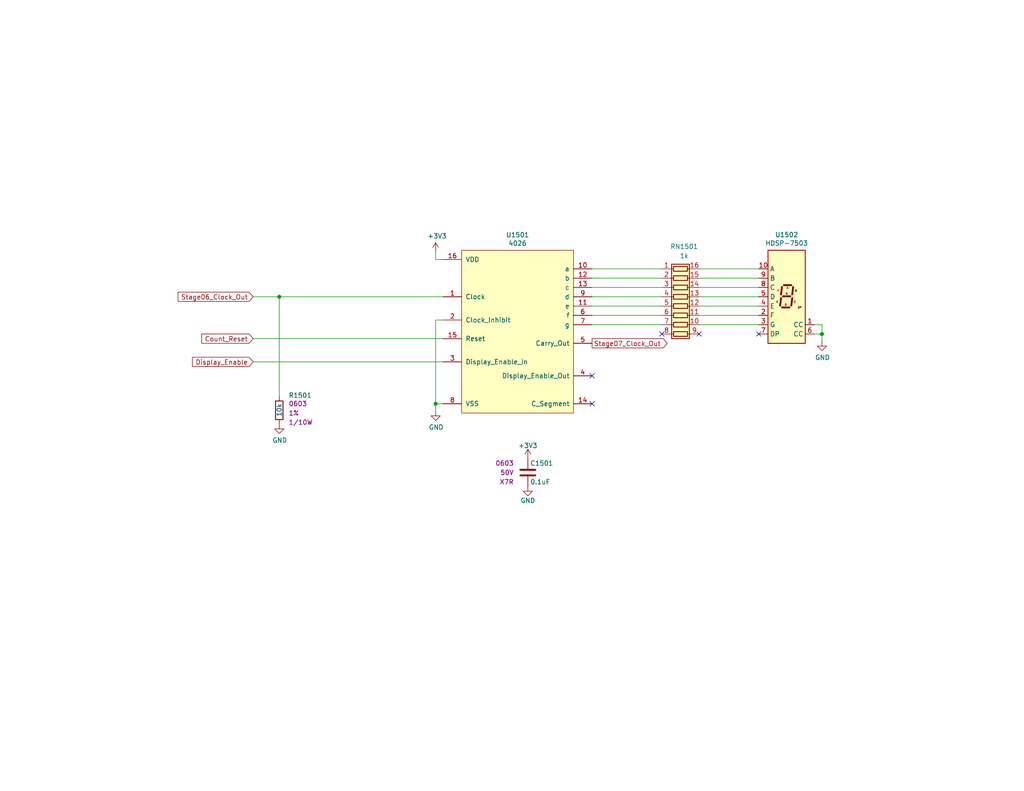
<source format=kicad_sch>
(kicad_sch (version 20230121) (generator eeschema)
  (paper "A")
  (title_block (title "Incrementor") (date "2019-09-03") (rev "A") (company "Drew Maatman"))
  (lib_symbols
    (symbol "Custom_Library:4026" (pin_names (offset 1.016))
      (property "Reference" "U" (at 30.48 -43.18 0))
      (property "Value" "4026" (at 20.32 3.81 0))
      (symbol "4026_0_1"
        (rectangle (start 5.08 2.54) (end 35.56 -41.91) (fill (type background)))
      )
      (symbol "4026_1_1"
        (pin input line (at 0 -10.16 0) (length 5.08) (name "Clock") (number "1"))
        (pin output line (at 40.64 -2.54 180) (length 5.08) (name "a") (number "10"))
        (pin output line (at 40.64 -12.7 180) (length 5.08) (name "e") (number "11"))
        (pin output line (at 40.64 -5.08 180) (length 5.08) (name "b") (number "12"))
        (pin output line (at 40.64 -7.62 180) (length 5.08) (name "c") (number "13"))
        (pin output line (at 40.64 -39.37 180) (length 5.08) (name "C_Segment") (number "14"))
        (pin input line (at 0 -21.59 0) (length 5.08) (name "Reset") (number "15"))
        (pin power_in line (at 0 0 0) (length 5.08) (name "VDD") (number "16"))
        (pin input line (at 0 -16.51 0) (length 5.08) (name "Clock_Inhibit") (number "2"))
        (pin input line (at 0 -27.94 0) (length 5.08) (name "Display_Enable_In") (number "3"))
        (pin output line (at 40.64 -31.75 180) (length 5.08) (name "Display_Enable_Out") (number "4"))
        (pin output line (at 40.64 -22.86 180) (length 5.08) (name "Carry_Out") (number "5"))
        (pin output line (at 40.64 -15.24 180) (length 5.08) (name "f") (number "6"))
        (pin output line (at 40.64 -17.78 180) (length 5.08) (name "g") (number "7"))
        (pin power_in line (at 0 -39.37 0) (length 5.08) (name "VSS") (number "8"))
        (pin output line (at 40.64 -10.16 180) (length 5.08) (name "d") (number "9"))
      )
    )
    (symbol "Custom_Library:C_Custom" (pin_numbers hide) (pin_names (offset 0.254))
      (property "Reference" "C" (at 0.635 2.54 0))
      (property "Value" "C_Custom" (at 0.635 -2.54 0))
      (property "display_footprint" "Foot" (at -3.81 2.54 0))
      (property "Voltage" "V" (at -3.81 0 0))
      (property "Dielectric" "Er" (at -3.81 -2.54 0))
      (symbol "C_Custom_0_1"
        (polyline (pts (xy -2.032 -0.762) (xy 2.032 -0.762)) (stroke (width 0.508)))
        (polyline (pts (xy -2.032 0.762) (xy 2.032 0.762)) (stroke (width 0.508)))
      )
      (symbol "C_Custom_1_1"
        (pin passive line (at 0 3.81 270) (length 2.794) (name "~") (number "1"))
        (pin passive line (at 0 -3.81 90) (length 2.794) (name "~") (number "2"))
      )
    )
    (symbol "Custom_Library:R_Custom" (pin_numbers hide) (pin_names (offset 1.016) hide)
      (property "Reference" "R" (at -2.54 0 90))
      (property "Value" "R_Custom" (at 0 0 90))
      (property "display_footprint" "Foot" (at 2.54 0 90))
      (property "Tolerance" "Tol" (at 5.08 0 90))
      (property "Wattage" "W" (at 7.62 0 90))
      (symbol "R_Custom_0_1"
        (rectangle (start 1.016 2.54) (end -1.016 -2.54) (stroke (width 0.254)))
      )
      (symbol "R_Custom_1_1"
        (pin passive line (at 0 3.81 270) (length 1.27) (name "1") (number "1"))
        (pin passive line (at 0 -3.81 90) (length 1.27) (name "2") (number "2"))
      )
    )
    (symbol "Device:R_Pack08" (pin_names (offset 0) hide)
      (property "Reference" "RN" (at -12.7 0 90))
      (property "Value" "R_Pack08" (at 10.16 0 90))
      (symbol "R_Pack08_0_1"
        (rectangle (start -11.43 -2.413) (end 8.89 2.413) (stroke (width 0.254)) (fill (type background)))
        (rectangle (start -10.795 1.905) (end -9.525 -1.905) (stroke (width 0.254)))
        (rectangle (start -8.255 1.905) (end -6.985 -1.905) (stroke (width 0.254)))
        (rectangle (start -5.715 1.905) (end -4.445 -1.905) (stroke (width 0.254)))
        (rectangle (start -3.175 1.905) (end -1.905 -1.905) (stroke (width 0.254)))
        (rectangle (start -0.635 1.905) (end 0.635 -1.905) (stroke (width 0.254)))
        (polyline (pts (xy -10.16 -2.54) (xy -10.16 -1.905)))
        (polyline (pts (xy -10.16 1.905) (xy -10.16 2.54)))
        (polyline (pts (xy -7.62 -2.54) (xy -7.62 -1.905)))
        (polyline (pts (xy -7.62 1.905) (xy -7.62 2.54)))
        (polyline (pts (xy -5.08 -2.54) (xy -5.08 -1.905)))
        (polyline (pts (xy -5.08 1.905) (xy -5.08 2.54)))
        (polyline (pts (xy -2.54 -2.54) (xy -2.54 -1.905)))
        (polyline (pts (xy -2.54 1.905) (xy -2.54 2.54)))
        (polyline (pts (xy 0 -2.54) (xy 0 -1.905)))
        (polyline (pts (xy 0 1.905) (xy 0 2.54)))
        (polyline (pts (xy 2.54 -2.54) (xy 2.54 -1.905)))
        (polyline (pts (xy 2.54 1.905) (xy 2.54 2.54)))
        (polyline (pts (xy 5.08 -2.54) (xy 5.08 -1.905)))
        (polyline (pts (xy 5.08 1.905) (xy 5.08 2.54)))
        (polyline (pts (xy 7.62 -2.54) (xy 7.62 -1.905)))
        (polyline (pts (xy 7.62 1.905) (xy 7.62 2.54)))
        (rectangle (start 1.905 1.905) (end 3.175 -1.905) (stroke (width 0.254)))
        (rectangle (start 4.445 1.905) (end 5.715 -1.905) (stroke (width 0.254)))
        (rectangle (start 6.985 1.905) (end 8.255 -1.905) (stroke (width 0.254)))
      )
      (symbol "R_Pack08_1_1"
        (pin passive line (at -10.16 -5.08 90) (length 2.54) (name "R1.1") (number "1"))
        (pin passive line (at 5.08 5.08 270) (length 2.54) (name "R7.2") (number "10"))
        (pin passive line (at 2.54 5.08 270) (length 2.54) (name "R6.2") (number "11"))
        (pin passive line (at 0 5.08 270) (length 2.54) (name "R5.2") (number "12"))
        (pin passive line (at -2.54 5.08 270) (length 2.54) (name "R4.2") (number "13"))
        (pin passive line (at -5.08 5.08 270) (length 2.54) (name "R3.2") (number "14"))
        (pin passive line (at -7.62 5.08 270) (length 2.54) (name "R2.2") (number "15"))
        (pin passive line (at -10.16 5.08 270) (length 2.54) (name "R1.2") (number "16"))
        (pin passive line (at -7.62 -5.08 90) (length 2.54) (name "R2.1") (number "2"))
        (pin passive line (at -5.08 -5.08 90) (length 2.54) (name "R3.1") (number "3"))
        (pin passive line (at -2.54 -5.08 90) (length 2.54) (name "R4.1") (number "4"))
        (pin passive line (at 0 -5.08 90) (length 2.54) (name "R5.1") (number "5"))
        (pin passive line (at 2.54 -5.08 90) (length 2.54) (name "R6.1") (number "6"))
        (pin passive line (at 5.08 -5.08 90) (length 2.54) (name "R7.1") (number "7"))
        (pin passive line (at 7.62 -5.08 90) (length 2.54) (name "R8.1") (number "8"))
        (pin passive line (at 7.62 5.08 270) (length 2.54) (name "R8.2") (number "9"))
      )
    )
    (symbol "Display_Character:HDSP-7503"
      (property "Reference" "U" (at -3.81 13.97 0))
      (property "Value" "HDSP-7503" (at 6.35 13.97 0))
      (symbol "HDSP-7503_1_0"
        (text "A" (at 0.254 2.413 0) (effects (font (size 0.508 0.508))))
        (text "B" (at 2.54 1.651 0) (effects (font (size 0.508 0.508))))
        (text "C" (at 2.286 -1.397 0) (effects (font (size 0.508 0.508))))
        (text "D" (at -0.254 -2.159 0) (effects (font (size 0.508 0.508))))
        (text "DP" (at 3.556 -2.921 0) (effects (font (size 0.508 0.508))))
        (text "E" (at -2.54 -1.397 0) (effects (font (size 0.508 0.508))))
        (text "F" (at -2.286 1.651 0) (effects (font (size 0.508 0.508))))
        (text "G" (at 0 0.889 0) (effects (font (size 0.508 0.508))))
      )
      (symbol "HDSP-7503_1_1"
        (rectangle (start -5.08 12.7) (end 5.08 -12.7) (stroke (width 0.254)) (fill (type background)))
        (polyline (pts (xy -1.524 -0.381) (xy -1.778 -2.413)) (stroke (width 0.508)))
        (polyline (pts (xy -1.27 -2.921) (xy 0.762 -2.921)) (stroke (width 0.508)))
        (polyline (pts (xy -1.27 2.667) (xy -1.524 0.635)) (stroke (width 0.508)))
        (polyline (pts (xy -1.016 0.127) (xy 1.016 0.127)) (stroke (width 0.508)))
        (polyline (pts (xy -0.762 3.175) (xy 1.27 3.175)) (stroke (width 0.508)))
        (polyline (pts (xy 1.524 -0.381) (xy 1.27 -2.413)) (stroke (width 0.508)))
        (polyline (pts (xy 1.778 2.667) (xy 1.524 0.635)) (stroke (width 0.508)))
        (polyline (pts (xy 2.54 -2.921) (xy 2.54 -2.921)) (stroke (width 0.508)))
        (pin input line (at 7.62 -7.62 180) (length 2.54) (name "CC") (number "1"))
        (pin input line (at -7.62 7.62 0) (length 2.54) (name "A") (number "10"))
        (pin input line (at -7.62 -5.08 0) (length 2.54) (name "F") (number "2"))
        (pin input line (at -7.62 -7.62 0) (length 2.54) (name "G") (number "3"))
        (pin input line (at -7.62 -2.54 0) (length 2.54) (name "E") (number "4"))
        (pin input line (at -7.62 0 0) (length 2.54) (name "D") (number "5"))
        (pin input line (at 7.62 -10.16 180) (length 2.54) (name "CC") (number "6"))
        (pin input line (at -7.62 -10.16 0) (length 2.54) (name "DP") (number "7"))
        (pin input line (at -7.62 2.54 0) (length 2.54) (name "C") (number "8"))
        (pin input line (at -7.62 5.08 0) (length 2.54) (name "B") (number "9"))
      )
    )
    (symbol "Incrementor-rescue:+3.3V-power" (power) (pin_names (offset 0))
      (property "Value" "+3.3V-power" (at 0 3.556 0))
      (symbol "+3.3V-power_0_1"
        (polyline (pts (xy -0.762 1.27) (xy 0 2.54)))
        (polyline (pts (xy 0 0) (xy 0 2.54)))
        (polyline (pts (xy 0 2.54) (xy 0.762 1.27)))
      )
      (symbol "+3.3V-power_1_1"
        (pin power_in line (at 0 0 90) (length 0) hide (name "+3V3") (number "1"))
      )
    )
    (symbol "power:GND" (power) (pin_names (offset 0))
      (property "Value" "GND" (at 0 -3.81 0))
      (symbol "GND_0_1"
        (polyline (pts (xy 0 0) (xy 0 -1.27) (xy 1.27 -1.27) (xy 0 -2.54) (xy -1.27 -1.27) (xy 0 -1.27)))
      )
      (symbol "GND_1_1"
        (pin power_in line (at 0 0 270) (length 0) hide (name "GND") (number "1"))
      )
    )
  )
  (junction (at 118.872 110.236))
  (junction (at 224.282 91.186))
  (junction (at 76.2 81.026))
  (no_connect (at 161.544 110.236))
  (no_connect (at 207.01 91.186))
  (no_connect (at 161.544 102.616))
  (no_connect (at 190.754 91.186))
  (no_connect (at 180.594 91.186))
  (wire (pts (xy 69.088 92.456) (xy 120.904 92.456)))
  (wire (pts (xy 190.754 88.646) (xy 207.01 88.646)))
  (wire (pts (xy 161.544 75.946) (xy 180.594 75.946)))
  (wire (pts (xy 118.872 87.376) (xy 118.872 110.236)))
  (wire (pts (xy 222.25 91.186) (xy 224.282 91.186)))
  (wire (pts (xy 69.088 98.806) (xy 120.904 98.806)))
  (wire (pts (xy 161.544 78.486) (xy 180.594 78.486)))
  (wire (pts (xy 161.544 86.106) (xy 180.594 86.106)))
  (wire (pts (xy 120.904 81.026) (xy 76.2 81.026)))
  (wire (pts (xy 190.754 78.486) (xy 207.01 78.486)))
  (wire (pts (xy 190.754 75.946) (xy 207.01 75.946)))
  (wire (pts (xy 118.872 68.834) (xy 118.872 70.866)))
  (wire (pts (xy 118.872 112.268) (xy 118.872 110.236)))
  (wire (pts (xy 76.2 81.026) (xy 76.2 108.204)))
  (wire (pts (xy 224.282 88.646) (xy 222.25 88.646)))
  (wire (pts (xy 161.544 88.646) (xy 180.594 88.646)))
  (wire (pts (xy 224.282 91.186) (xy 224.282 88.646)))
  (wire (pts (xy 161.544 81.026) (xy 180.594 81.026)))
  (wire (pts (xy 118.872 110.236) (xy 120.904 110.236)))
  (wire (pts (xy 69.088 81.026) (xy 76.2 81.026)))
  (wire (pts (xy 161.544 73.406) (xy 180.594 73.406)))
  (wire (pts (xy 190.754 83.566) (xy 207.01 83.566)))
  (wire (pts (xy 118.872 70.866) (xy 120.904 70.866)))
  (wire (pts (xy 224.282 93.218) (xy 224.282 91.186)))
  (wire (pts (xy 190.754 73.406) (xy 207.01 73.406)))
  (wire (pts (xy 120.904 87.376) (xy 118.872 87.376)))
  (wire (pts (xy 161.544 83.566) (xy 180.594 83.566)))
  (wire (pts (xy 190.754 86.106) (xy 207.01 86.106)))
  (wire (pts (xy 190.754 81.026) (xy 207.01 81.026)))
  (global_label "Display_Enable" (shape input) (at 69.088 98.806 180) (property "Intersheetrefs" "${INTERSHEET_REFS}" (effects hide)))
  (global_label "Stage07_Clock_Out" (shape output) (at 161.544 93.726 0) (property "Intersheetrefs" "${INTERSHEET_REFS}" (effects hide)))
  (global_label "Stage06_Clock_Out" (shape input) (at 69.088 81.026 180) (property "Intersheetrefs" "${INTERSHEET_REFS}" (effects hide)))
  (global_label "Count_Reset" (shape input) (at 69.088 92.456 180) (property "Intersheetrefs" "${INTERSHEET_REFS}" (effects hide)))
  (symbol (lib_id "Custom_Library:4026") (at 120.904 70.866 0) (unit 1)
    (property "Reference" "U1501" (at 141.224 64.135 0))
    (property "Value" "4026" (at 141.224 66.4464 0))
    (property "Footprint" "Housings_SSOP:TSSOP-16_4.4x5mm_Pitch0.65mm" (effects hide))
    (property "Digi-Key PN" "296-32878-5-ND" (effects hide))
    (instances (project "Incrementor" (path "" (reference "U1501") (unit 1)) (path "" (reference "U?") (unit 1))))
  )
  (symbol (lib_id "Incrementor-rescue:+3.3V-power") (at 118.872 68.834 0) (unit 1)
    (property "Reference" "#PWR01504" (effects hide))
    (property "Value" "+3.3V" (at 119.253 64.4398 0))
    (instances (project "Incrementor" (path "" (reference "#PWR01504") (unit 1)) (path "" (reference "#PWR?") (unit 1))))
  )
  (symbol (lib_id "power:GND") (at 118.872 112.268 0) (unit 1)
    (property "Reference" "#PWR01505" (effects hide))
    (property "Value" "GND" (at 118.999 116.6622 0))
    (instances (project "Incrementor" (path "" (reference "#PWR01505") (unit 1)) (path "" (reference "#PWR?") (unit 1))))
  )
  (symbol (lib_id "Device:R_Pack08") (at 185.674 83.566 270) (unit 1)
    (property "Reference" "RN1501" (at 186.69 67.31 90))
    (property "Value" "1k" (at 186.69 69.85 90))
    (property "Footprint" "Resistor_SMD:R_Cat16-8" (effects hide))
    (property "Digi-Key PN" "CAT16-102J8LFCT-ND" (effects hide))
    (instances (project "Incrementor" (path "" (reference "RN1501") (unit 1)) (path "" (reference "RN?") (unit 1))))
  )
  (symbol (lib_id "Display_Character:HDSP-7503") (at 214.63 81.026 0) (unit 1)
    (property "Reference" "U1502" (at 214.63 64.0842 0))
    (property "Value" "HDSP-7503" (at 214.63 66.3956 0))
    (property "Footprint" "Display_7Segment:HDSP-A151" (effects hide))
    (property "Datasheet" "https://docs.broadcom.com/docs/AV02-2553EN" (effects hide))
    (property "Digi-Key PN" "516-1203-5-ND" (effects hide))
    (instances (project "Incrementor" (path "" (reference "U1502") (unit 1)) (path "" (reference "U?") (unit 1))))
  )
  (symbol (lib_id "power:GND") (at 224.282 93.218 0) (unit 1)
    (property "Reference" "#PWR01508" (effects hide))
    (property "Value" "GND" (at 224.409 97.6122 0))
    (instances (project "Incrementor" (path "" (reference "#PWR01508") (unit 1)) (path "" (reference "#PWR?") (unit 1))))
  )
  (symbol (lib_id "Custom_Library:R_Custom") (at 76.2 112.014 0) (unit 1)
    (property "Reference" "R1501" (at 78.74 107.95 0) (effects (justify left)))
    (property "Value" "10k" (at 76.2 113.792 90) (effects (justify left)))
    (property "Footprint" "Resistors_SMD:R_0603" (effects hide))
    (property "display_footprint" "0603" (at 78.74 110.236 0) (effects (justify left)))
    (property "Tolerance" "1%" (at 78.74 112.776 0) (effects (justify left)))
    (property "Wattage" "1/10W" (at 78.74 115.316 0) (effects (justify left)))
    (property "Digi-Key PN" "RMCF0603FT10K0CT-ND" (effects hide))
    (instances (project "Incrementor" (path "" (reference "R1501") (unit 1)) (path "" (reference "R?") (unit 1))))
  )
  (symbol (lib_id "power:GND") (at 76.2 115.824 0) (unit 1)
    (property "Reference" "#PWR01501" (effects hide))
    (property "Value" "GND" (at 76.327 120.2182 0))
    (instances (project "Incrementor" (path "" (reference "#PWR01501") (unit 1)) (path "" (reference "#PWR?") (unit 1))))
  )
  (symbol (lib_id "Custom_Library:C_Custom") (at 144.018 129.032 0) (unit 1)
    (property "Reference" "C1501" (at 144.653 126.492 0) (effects (justify left)))
    (property "Value" "0.1uF" (at 144.653 131.572 0) (effects (justify left)))
    (property "Footprint" "Capacitors_SMD:C_0603" (effects hide))
    (property "display_footprint" "0603" (at 140.208 126.492 0) (effects (justify right)))
    (property "Voltage" "50V" (at 140.208 129.032 0) (effects (justify right)))
    (property "Dielectric" "X7R" (at 140.208 131.572 0) (effects (justify right)))
    (property "Digi-Key PN" "311-1344-1-ND" (effects hide))
    (instances (project "Incrementor" (path "" (reference "C1501") (unit 1)) (path "" (reference "C?") (unit 1))))
  )
  (symbol (lib_id "power:GND") (at 144.018 132.842 0) (unit 1)
    (property "Reference" "#PWR01507" (effects hide))
    (property "Value" "GND" (at 144.018 136.652 0))
    (instances (project "Incrementor" (path "" (reference "#PWR01507") (unit 1)) (path "" (reference "#PWR?") (unit 1))))
  )
  (symbol (lib_id "Incrementor-rescue:+3.3V-power") (at 144.018 125.222 0) (unit 1)
    (property "Reference" "#PWR01506" (effects hide))
    (property "Value" "+3.3V" (at 144.018 121.666 0))
    (instances (project "Incrementor" (path "" (reference "#PWR01506") (unit 1)) (path "" (reference "#PWR?") (unit 1))))
  )
)
</source>
